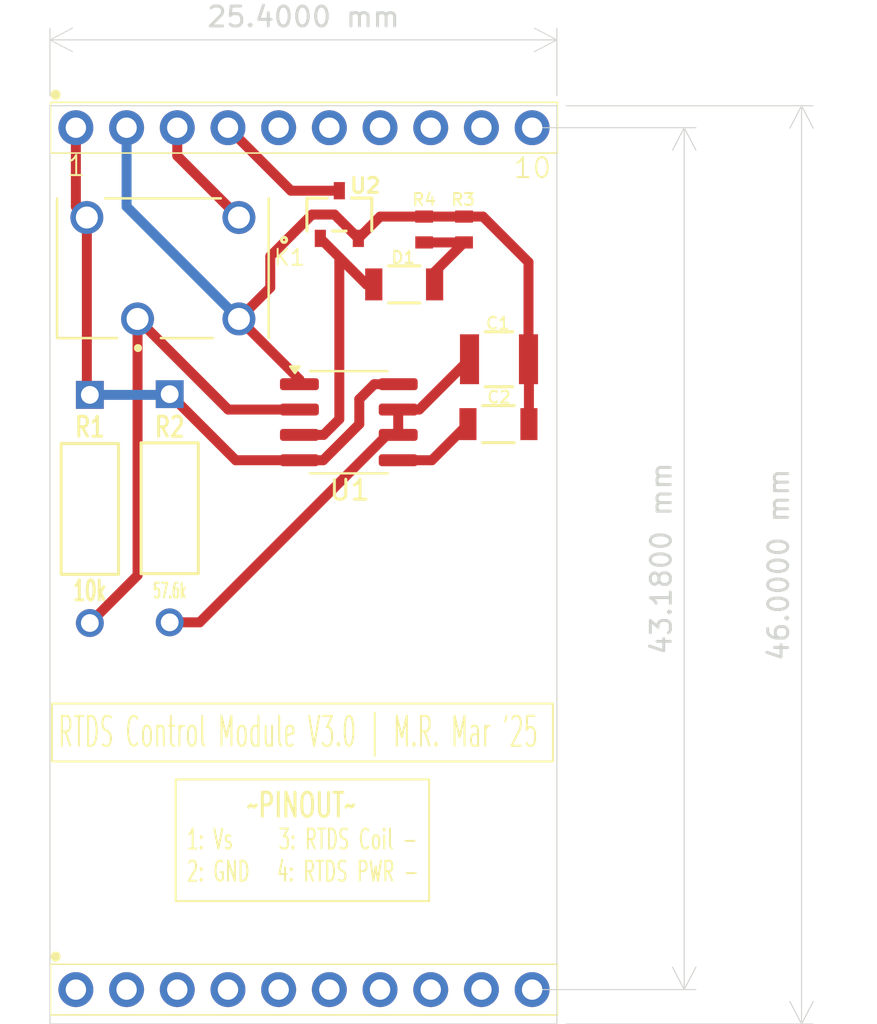
<source format=kicad_pcb>
(kicad_pcb (version 20240108) (generator "pcbnew") (generator_version "8.0")
  (layers (0 "F.Cu" signal) (31 "B.Cu" signal) (34 "B.Paste" user) (35 "F.Paste" user) (36 "B.SilkS" user "B.Silkscreen") (37 "F.SilkS" user "F.Silkscreen") (38 "B.Mask" user) (39 "F.Mask" user) (44 "Edge.Cuts" user))
  (net 0 "")
  (net 1 "Net-(U1-TR)")
  (net 2 "Net-(U1-GND)")
  (net 3 "Net-(U1-DIS)")
  (net 4 "Net-(D1-K)")
  (net 5 "Net-(D1-A)")
  (net 8 "Net-(J1-Pad3)")
  (net 9 "Net-(U2-D)")
  (net 14 "Net-(U1-CV)")
  (net 15 "Net-(U1-R)")
  (footprint "1k Resistor:STA_RMCF0603_STP-L" (layer "F.Cu") (at 68.25 30.5 90)
    (property "Reference" "R4" (at 1.5 0 0) (layer "F.SilkS") (effects (font (size 0.6 0.6) (thickness 0.1) (bold yes))))
    (property "Value" "1k")
    (pad "1" smd rect (at -0.6477 0 90) (size 0.6096 0.889) (layers "F.Cu" "F.Paste" "F.Mask") (net 4 "Net-(D1-K)"))
    (pad "2" smd rect (at 0.6477 0 90) (size 0.6096 0.889) (layers "F.Cu" "F.Paste" "F.Mask") (net 2 "Net-(U1-GND)"))
  )
  (footprint "NMOS:SOT23_INF" (layer "F.Cu") (at 64 29.75)
    (property "Reference" "U2" (at 1.3 -1.45 0) (layer "F.SilkS") (effects (font (size 0.75 0.75))))
    (property "Value" "IRLML2060TRPBF")
    (fp_line (start -1.6256 -0.8255) (end -1.6256 0.8255) (stroke (width 0.1524)) (layer "F.SilkS"))
    (fp_line (start -0.61214 -0.8255) (end -1.6256 -0.8255) (stroke (width 0.1524)) (layer "F.SilkS"))
    (fp_line (start -0.34036 0.8255) (end 0.34036 0.8255) (stroke (width 0.1524)) (layer "F.SilkS"))
    (fp_line (start 1.6256 -0.8255) (end 0.61214 -0.8255) (stroke (width 0.1524)) (layer "F.SilkS"))
    (fp_line (start 1.6256 0.8255) (end 1.6256 -0.8255) (stroke (width 0.1524)) (layer "F.SilkS"))
    (fp_circle (center -2.7686 1.27) (end -2.6416 1.27) (stroke (width 0.1524)) (fill none) (layer "F.SilkS"))
    (pad "1" smd rect (at -0.9525 1.1938) (size 0.5588 0.8636) (layers "F.Cu" "F.Paste" "F.Mask") (net 5 "Net-(D1-A)"))
    (pad "2" smd rect (at 0.9525 1.1938) (size 0.5588 0.8636) (layers "F.Cu" "F.Paste" "F.Mask") (net 2 "Net-(U1-GND)"))
    (pad "3" smd rect (at 0 -1.1938) (size 0.5588 0.8636) (layers "F.Cu" "F.Paste" "F.Mask") (net 9 "Net-(U2-D)"))
  )
  (footprint "Yellow RTDS LED:LED_AP3216SYD_KNB" (layer "F.Cu") (at 67.25 33.25 180)
    (property "Reference" "D1" (at 0.05 1.35 0) (layer "F.SilkS") (effects (font (size 0.6 0.6) (thickness 0.1) (bold yes))))
    (property "Value" "LED (Test)")
    (fp_line (start 0.78465 -0.9271) (end -0.78465 -0.9271) (stroke (width 0.1524)) (layer "F.SilkS"))
    (fp_line (start -0.78465 0.9271) (end 0.78465 0.9271) (stroke (width 0.1524)) (layer "F.SilkS"))
    (pad "1" smd rect (at -1.524 0 180) (size 0.8636 1.6002) (layers "F.Cu" "F.Paste" "F.Mask") (net 4 "Net-(D1-K)"))
    (pad "2" smd rect (at 1.524 0 180) (size 0.8636 1.6002) (layers "F.Cu" "F.Paste" "F.Mask") (net 5 "Net-(D1-A)"))
  )
  (footprint "CF14JT10K0:STA_CF14_STP" (layer "F.Cu") (at 55.5 38.75 -90)
    (property "Reference" "R2" (at 1.65 0 0) (layer "F.SilkS") (effects (font (size 1 0.75))))
    (property "Value" "57.6k")
    (fp_line (start 2.4384 1.4351) (end 8.9916 1.4351) (stroke (width 0.1524)) (layer "F.SilkS"))
    (fp_line (start 8.9916 1.4351) (end 8.9916 -1.4351) (stroke (width 0.1524)) (layer "F.SilkS"))
    (fp_line (start 2.4384 -1.4351) (end 2.4384 1.4351) (stroke (width 0.1524)) (layer "F.SilkS"))
    (fp_line (start 8.9916 -1.4351) (end 2.4384 -1.4351) (stroke (width 0.1524)) (layer "F.SilkS"))
    (pad "1" thru_hole rect (at 0 0 270) (size 1.397 1.397) (drill 0.889) (layers "*.Cu" "*.Mask") (net 15 "Net-(U1-R)"))
    (pad "2" thru_hole circle (at 11.43 0 270) (size 1.397 1.397) (drill 0.889) (layers "*.Cu" "*.Mask") (net 3 "Net-(U1-DIS)"))
  )
  (footprint "RTDS Relay:RELAY_G6L-1P_DC5" (layer "F.Cu") (at 55.16 32.44)
    (property "Reference" "K1" (at 6.34 -0.54 0) (layer "F.SilkS") (effects (font (size 0.8 0.8) (thickness 0.1))))
    (property "Value" "G6L-1P_DC5")
    (fp_line (start -5.3 -3.5) (end -5.3 3.5) (stroke (width 0.127)) (layer "F.SilkS"))
    (fp_line (start -5.3 3.5) (end -2.3 3.5) (stroke (width 0.127)) (layer "F.SilkS"))
    (fp_line (start -0.1 3.5) (end 2.5 3.5) (stroke (width 0.127)) (layer "F.SilkS"))
    (fp_line (start 2.9 -3.5) (end -2.9 -3.5) (stroke (width 0.127)) (layer "F.SilkS"))
    (fp_line (start 5.3 3.5) (end 5.3 -3.5) (stroke (width 0.127)) (layer "F.SilkS"))
    (fp_circle (center -1.25 4) (end -1.15 4) (stroke (width 0.2)) (fill none) (layer "F.SilkS"))
    (pad "2" thru_hole circle (at -1.27 2.54) (size 1.65 1.65) (drill 1.1) (layers "*.Cu" "*.Mask") (net 1 "Net-(U1-TR)"))
    (pad "4" thru_hole circle (at 3.81 2.54) (size 1.65 1.65) (drill 1.1) (layers "*.Cu" "*.Mask") (net 2 "Net-(U1-GND)"))
    (pad "5" thru_hole circle (at 3.81 -2.54) (size 1.65 1.65) (drill 1.1) (layers "*.Cu" "*.Mask") (net 8 "Net-(J1-Pad3)"))
    (pad "8" thru_hole circle (at -3.81 -2.54) (size 1.65 1.65) (drill 1.1) (layers "*.Cu" "*.Mask") (net 15 "Net-(U1-R)"))
  )
  (footprint "10 pin output:1X10-2.54MM-THT" (layer "F.Cu") (at 50.8 68.58)
    (property "Reference" "J2" (hide yes))
    (property "Value" "PH1-10-UA")
    (fp_line (start -1.27 -1.27) (end -1.27 1.27) (stroke (width 0.0762)) (layer "F.SilkS"))
    (fp_line (start -1.27 -1.27) (end 24.13 -1.27) (stroke (width 0.0762)) (layer "F.SilkS"))
    (fp_line (start 24.13 -1.27) (end 24.13 1.27) (stroke (width 0.0762)) (layer "F.SilkS"))
    (fp_line (start 24.13 1.27) (end -1.27 1.27) (stroke (width 0.0762)) (layer "F.SilkS"))
    (fp_circle (center -1.016 -1.651) (end -0.762 -1.651) (fill solid) (layer "F.SilkS"))
    (pad "1" thru_hole circle (at 0 0) (size 1.75 1.75) (drill 1.02) (layers "*.Cu" "*.Mask"))
    (pad "2" thru_hole circle (at 2.54 0) (size 1.75 1.75) (drill 1.02) (layers "*.Cu" "*.Mask"))
    (pad "3" thru_hole circle (at 5.08 0) (size 1.75 1.75) (drill 1.02) (layers "*.Cu" "*.Mask"))
    (pad "4" thru_hole circle (at 7.62 0) (size 1.75 1.75) (drill 1.02) (layers "*.Cu" "*.Mask"))
    (pad "5" thru_hole circle (at 10.16 0) (size 1.75 1.75) (drill 1.02) (layers "*.Cu" "*.Mask"))
    (pad "6" thru_hole circle (at 12.7 0) (size 1.75 1.75) (drill 1.02) (layers "*.Cu" "*.Mask"))
    (pad "7" thru_hole circle (at 15.24 0) (size 1.75 1.75) (drill 1.02) (layers "*.Cu" "*.Mask"))
    (pad "8" thru_hole circle (at 17.78 0) (size 1.75 1.75) (drill 1.02) (layers "*.Cu" "*.Mask"))
    (pad "9" thru_hole circle (at 20.32 0) (size 1.75 1.75) (drill 1.02) (layers "*.Cu" "*.Mask"))
    (pad "10" thru_hole circle (at 22.86 0) (size 1.75 1.75) (drill 1.02) (layers "*.Cu" "*.Mask"))
  )
  (footprint "Capacitor 47u:CAP_CL32_SAM" (layer "F.Cu") (at 72 37)
    (property "Reference" "C1" (at -0.06 -1.8 0) (layer "F.SilkS") (effects (font (size 0.6 0.6) (thickness 0.1) (bold yes))))
    (property "Value" "47u")
    (fp_line (start -0.692451 1.377) (end 0.692451 1.377) (stroke (width 0.1524)) (layer "F.SilkS"))
    (fp_line (start 0.692451 -1.377) (end -0.692451 -1.377) (stroke (width 0.1524)) (layer "F.SilkS"))
    (pad "1" smd rect (at -1.477801 0) (size 0.9556 2.5) (layers "F.Cu" "F.Paste" "F.Mask") (net 3 "Net-(U1-DIS)"))
    (pad "2" smd rect (at 1.477801 0) (size 0.9556 2.5) (layers "F.Cu" "F.Paste" "F.Mask") (net 2 "Net-(U1-GND)"))
  )
  (footprint "CF14JT10K0:STA_CF14_STP" (layer "F.Cu") (at 51.5 38.785 -90)
    (property "Reference" "R1" (at 1.615 0 0) (layer "F.SilkS") (effects (font (size 1 0.75))))
    (property "Value" "10k")
    (fp_line (start 2.4384 1.4351) (end 8.9916 1.4351) (stroke (width 0.1524)) (layer "F.SilkS"))
    (fp_line (start 8.9916 1.4351) (end 8.9916 -1.4351) (stroke (width 0.1524)) (layer "F.SilkS"))
    (fp_line (start 2.4384 -1.4351) (end 2.4384 1.4351) (stroke (width 0.1524)) (layer "F.SilkS"))
    (fp_line (start 8.9916 -1.4351) (end 2.4384 -1.4351) (stroke (width 0.1524)) (layer "F.SilkS"))
    (pad "1" thru_hole rect (at 0 0 270) (size 1.397 1.397) (drill 0.889) (layers "*.Cu" "*.Mask") (net 15 "Net-(U1-R)"))
    (pad "2" thru_hole circle (at 11.43 0 270) (size 1.397 1.397) (drill 0.889) (layers "*.Cu" "*.Mask") (net 1 "Net-(U1-TR)"))
  )
  (footprint "Package_SO:SOIC-8_3.9x4.9mm_P1.27mm" (layer "F.Cu") (at 64.475 40.155)
    (property "Reference" "U1" (at 0.04 3.4 0) (layer "F.SilkS"))
    (property "Value" "NE555D")
    (fp_line (start 0 -2.56) (end -1.95 -2.56) (stroke (width 0.12)) (layer "F.SilkS"))
    (fp_line (start 0 -2.56) (end 1.95 -2.56) (stroke (width 0.12)) (layer "F.SilkS"))
    (fp_line (start 0 2.56) (end -1.95 2.56) (stroke (width 0.12)) (layer "F.SilkS"))
    (fp_line (start 0 2.56) (end 1.95 2.56) (stroke (width 0.12)) (layer "F.SilkS"))
    (fp_poly (pts (xy -2.7 -2.465) (xy -2.94 -2.795) (xy -2.46 -2.795) (xy -2.7 -2.465)) (stroke (width 0.12)) (fill solid) (layer "F.SilkS"))
    (pad "1" smd roundrect (at -2.475 -1.905) (size 1.95 0.6) (layers "F.Cu" "F.Paste" "F.Mask") (net 2 "Net-(U1-GND)"))
    (pad "2" smd roundrect (at -2.475 -0.635) (size 1.95 0.6) (layers "F.Cu" "F.Paste" "F.Mask") (net 1 "Net-(U1-TR)"))
    (pad "3" smd roundrect (at -2.475 0.635) (size 1.95 0.6) (layers "F.Cu" "F.Paste" "F.Mask") (net 5 "Net-(D1-A)"))
    (pad "4" smd roundrect (at -2.475 1.905) (size 1.95 0.6) (layers "F.Cu" "F.Paste" "F.Mask") (net 15 "Net-(U1-R)"))
    (pad "5" smd roundrect (at 2.475 1.905) (size 1.95 0.6) (layers "F.Cu" "F.Paste" "F.Mask") (net 14 "Net-(U1-CV)"))
    (pad "6" smd roundrect (at 2.475 0.635) (size 1.95 0.6) (layers "F.Cu" "F.Paste" "F.Mask") (net 3 "Net-(U1-DIS)"))
    (pad "7" smd roundrect (at 2.475 -0.635) (size 1.95 0.6) (layers "F.Cu" "F.Paste" "F.Mask") (net 3 "Net-(U1-DIS)"))
    (pad "8" smd roundrect (at 2.475 -1.905) (size 1.95 0.6) (layers "F.Cu" "F.Paste" "F.Mask") (net 15 "Net-(U1-R)"))
  )
  (footprint "Capacitor 0.1u:CAP_CL31_SAM" (layer "F.Cu") (at 71.972199 40.25)
    (property "Reference" "C2" (at 0.027801 -1.35 0) (layer "F.SilkS") (effects (font (size 0.6 0.6) (thickness 0.1) (bold yes))))
    (property "Value" "0.1u")
    (fp_line (start -0.792451 0.927) (end 0.792451 0.927) (stroke (width 0.1524)) (layer "F.SilkS"))
    (fp_line (start 0.792451 -0.927) (end -0.792451 -0.927) (stroke (width 0.1524)) (layer "F.SilkS"))
    (pad "1" smd rect (at -1.527801 0) (size 0.8556 1.6) (layers "F.Cu" "F.Paste" "F.Mask") (net 14 "Net-(U1-CV)"))
    (pad "2" smd rect (at 1.527801 0) (size 0.8556 1.6) (layers "F.Cu" "F.Paste" "F.Mask") (net 2 "Net-(U1-GND)"))
  )
  (footprint "1k Resistor:STA_RMCF0603_STP-L" (layer "F.Cu") (at 70.25 30.5 90)
    (property "Reference" "R3" (at 1.5 -0.05 0) (layer "F.SilkS") (effects (font (size 0.6 0.6) (thickness 0.1) (bold yes))))
    (property "Value" "1k")
    (pad "1" smd rect (at -0.6477 0 90) (size 0.6096 0.889) (layers "F.Cu" "F.Paste" "F.Mask") (net 4 "Net-(D1-K)"))
    (pad "2" smd rect (at 0.6477 0 90) (size 0.6096 0.889) (layers "F.Cu" "F.Paste" "F.Mask") (net 2 "Net-(U1-GND)"))
  )
  (footprint "10 pin output:1X10-2.54MM-THT" (layer "F.Cu") (at 50.8 25.4)
    (property "Reference" "J1" (hide yes))
    (property "Value" "PH1-10-UA")
    (fp_line (start -1.27 -1.27) (end -1.27 1.27) (stroke (width 0.0762)) (layer "F.SilkS"))
    (fp_line (start -1.27 -1.27) (end 24.13 -1.27) (stroke (width 0.0762)) (layer "F.SilkS"))
    (fp_line (start 24.13 -1.27) (end 24.13 1.27) (stroke (width 0.0762)) (layer "F.SilkS"))
    (fp_line (start 24.13 1.27) (end -1.27 1.27) (stroke (width 0.0762)) (layer "F.SilkS"))
    (fp_circle (center -1.016 -1.651) (end -0.762 -1.651) (fill solid) (layer "F.SilkS"))
    (pad "1" thru_hole circle (at 0 0) (size 1.75 1.75) (drill 1.02) (layers "*.Cu" "*.Mask") (net 15 "Net-(U1-R)"))
    (pad "2" thru_hole circle (at 2.54 0) (size 1.75 1.75) (drill 1.02) (layers "*.Cu" "*.Mask") (net 2 "Net-(U1-GND)"))
    (pad "3" thru_hole circle (at 5.08 0) (size 1.75 1.75) (drill 1.02) (layers "*.Cu" "*.Mask") (net 8 "Net-(J1-Pad3)"))
    (pad "4" thru_hole circle (at 7.62 0) (size 1.75 1.75) (drill 1.02) (layers "*.Cu" "*.Mask") (net 9 "Net-(U2-D)"))
    (pad "5" thru_hole circle (at 10.16 0) (size 1.75 1.75) (drill 1.02) (layers "*.Cu" "*.Mask"))
    (pad "6" thru_hole circle (at 12.7 0) (size 1.75 1.75) (drill 1.02) (layers "*.Cu" "*.Mask"))
    (pad "7" thru_hole circle (at 15.24 0) (size 1.75 1.75) (drill 1.02) (layers "*.Cu" "*.Mask"))
    (pad "8" thru_hole circle (at 17.78 0) (size 1.75 1.75) (drill 1.02) (layers "*.Cu" "*.Mask"))
    (pad "9" thru_hole circle (at 20.32 0) (size 1.75 1.75) (drill 1.02) (layers "*.Cu" "*.Mask"))
    (pad "10" thru_hole circle (at 22.86 0) (size 1.75 1.75) (drill 1.02) (layers "*.Cu" "*.Mask"))
  )
  (gr_rect (start 49.6 54.25) (end 74.7 57.15) (stroke (width 0.1)) (fill none) (layer "F.SilkS"))
  (gr_rect (start 55.8 58.05) (end 68.5 64.15) (stroke (width 0.1)) (fill none) (layer "F.SilkS"))
  (gr_rect (start 49.5 24.3) (end 74.9 70.3) (stroke (width 0.05)) (fill none) (layer "Edge.Cuts"))
  (gr_text "10" (at 72.657619 28 0) (layer "F.SilkS") (effects (font (size 1 1) (thickness 0.1)) (justify left bottom)))
  (gr_text "1: Vs     3: RTDS Coil -\n2: GND   4: RTDS PWR -           " (at 56.3 63.25 0) (layer "F.SilkS") (effects (font (size 1 0.6) (thickness 0.1)) (justify left bottom)))
  (gr_text "~PINOUT~" (at 59.281191 60.05 0) (layer "F.SilkS") (effects (font (size 1.2 0.8) (thickness 0.15) (bold yes)) (justify left bottom)))
  (gr_text "10k" (at 51.5 48.6 0) (layer "F.SilkS") (effects (font (size 1 0.6))))
  (gr_text "1" (at 50.27381 27.9 0) (layer "F.SilkS") (effects (font (size 1 1) (thickness 0.1)) (justify left bottom)))
  (gr_text "RTDS Control Module V3.0 | M.R. Mar '25" (at 49.85 56.55 0) (layer "F.SilkS") (effects (font (size 1.5 0.75) (thickness 0.1)) (justify left bottom)))
  (gr_text "57.6k" (at 55.5 48.6 0) (layer "F.SilkS") (effects (font (size 0.75 0.4) (thickness 0.1))))
  (dimension (type aligned) (layer "Edge.Cuts") (pts (xy 73.66 68.58) (xy 73.66 25.4)) (height 7.62) (gr_text "43.1800 mm" (at 80.13 46.99 90) (layer "Edge.Cuts") (effects (font (size 1 1) (thickness 0.15)))) (format (prefix "") (suffix "") (units 3) (units_format 1) (precision 4)) (style (thickness 0.05) (arrow_length 1.27) (text_position_mode 0) (extension_height 0.58642) (extension_offset 0.5) keep_text_aligned))
  (dimension (type aligned) (layer "Edge.Cuts") (pts (xy 74.86 24.3) (xy 74.86 70.3)) (height -12.3) (gr_text "46.0000 mm" (at 86.01 47.3 90) (layer "Edge.Cuts") (effects (font (size 1 1) (thickness 0.15)))) (format (prefix "") (suffix "") (units 3) (units_format 1) (precision 4)) (style (thickness 0.05) (arrow_length 1.27) (text_position_mode 0) (extension_height 0.58642) (extension_offset 0.5) keep_text_aligned))
  (dimension (type aligned) (layer "Edge.Cuts") (pts (xy 74.9 24.3) (xy 49.5 24.3)) (height 3.299999) (gr_text "25.4000 mm" (at 62.2 19.850001 0) (layer "Edge.Cuts") (effects (font (size 1 1) (thickness 0.15)))) (format (prefix "") (suffix "") (units 3) (units_format 1) (precision 4)) (style (thickness 0.05) (arrow_length 1.27) (text_position_mode 0) (extension_height 0.58642) (extension_offset 0.5) keep_text_aligned))
  (segment (start 51.5 50.215) (end 53.89 47.825) (width 0.5) (layer "F.Cu") (net 1))
  (segment (start 62 39.52) (end 58.43 39.52) (width 0.5) (layer "F.Cu") (net 1))
  (segment (start 53.89 47.825) (end 53.89 34.98) (width 0.5) (layer "F.Cu") (net 1))
  (segment (start 58.43 39.52) (end 53.89 34.98) (width 0.5) (layer "F.Cu") (net 1))
  (segment (start 64.9525 30.9438) (end 66.044 29.8523) (width 0.5) (layer "F.Cu") (net 2))
  (segment (start 73.5 40.25) (end 73.5 37.022199) (width 0.5) (layer "F.Cu") (net 2))
  (segment (start 66.044 29.8523) (end 68.25 29.8523) (width 0.5) (layer "F.Cu") (net 2))
  (segment (start 73.477801 32.135601) (end 71.1945 29.8523) (width 0.5) (layer "F.Cu") (net 2))
  (segment (start 62 38.25) (end 62 38.01) (width 0.5) (layer "F.Cu") (net 2))
  (segment (start 73.5 37.022199) (end 73.477801 37) (width 0.5) (layer "F.Cu") (net 2))
  (segment (start 63.7587 29.75) (end 62.6301 29.75) (width 0.5) (layer "F.Cu") (net 2))
  (segment (start 58.97 34.98) (end 60.5399 33.4101) (width 0.5) (layer "F.Cu") (net 2))
  (segment (start 62.6301 29.75) (end 60.5399 31.8402) (width 0.5) (layer "F.Cu") (net 2))
  (segment (start 62 38.01) (end 58.97 34.98) (width 0.5) (layer "F.Cu") (net 2))
  (segment (start 73.477801 37) (end 73.477801 32.135601) (width 0.5) (layer "F.Cu") (net 2))
  (segment (start 64.9525 30.9438) (end 63.7587 29.75) (width 0.5) (layer "F.Cu") (net 2))
  (segment (start 71.1945 29.8523) (end 70.25 29.8523) (width 0.5) (layer "F.Cu") (net 2))
  (segment (start 60.5399 31.8402) (end 60.5399 33.4101) (width 0.5) (layer "F.Cu") (net 2))
  (segment (start 70.25 29.8523) (end 68.25 29.8523) (width 0.5) (layer "F.Cu") (net 2))
  (segment (start 53.34 25.4) (end 53.34 29.35) (width 0.5) (layer "B.Cu") (net 2))
  (segment (start 53.34 29.35) (end 58.97 34.98) (width 0.5) (layer "B.Cu") (net 2))
  (segment (start 57.002316 50.18) (end 66.392316 40.79) (width 0.5) (layer "F.Cu") (net 3))
  (segment (start 66.95 40.79) (end 66.95 39.52) (width 0.5) (layer "F.Cu") (net 3))
  (segment (start 55.5 50.18) (end 57.002316 50.18) (width 0.5) (layer "F.Cu") (net 3))
  (segment (start 66.392316 40.79) (end 66.95 40.79) (width 0.5) (layer "F.Cu") (net 3))
  (segment (start 68.002199 39.52) (end 70.522199 37) (width 0.5) (layer "F.Cu") (net 3))
  (segment (start 66.95 39.52) (end 68.002199 39.52) (width 0.5) (layer "F.Cu") (net 3))
  (segment (start 70.25 31.1477) (end 68.25 31.1477) (width 0.5) (layer "F.Cu") (net 4))
  (segment (start 68.774 32.6237) (end 70.25 31.1477) (width 0.5) (layer "F.Cu") (net 4))
  (segment (start 68.774 33.25) (end 68.774 32.6237) (width 0.5) (layer "F.Cu") (net 4))
  (segment (start 65.726 33.25) (end 65.3537 33.25) (width 0.5) (layer "F.Cu") (net 5))
  (segment (start 64 40) (end 63.21 40.79) (width 0.5) (layer "F.Cu") (net 5))
  (segment (start 63.21 40.79) (end 62 40.79) (width 0.5) (layer "F.Cu") (net 5))
  (segment (start 64 31.8963) (end 63.0475 30.9438) (width 0.5) (layer "F.Cu") (net 5))
  (segment (start 65.3537 33.25) (end 64 31.8963) (width 0.5) (layer "F.Cu") (net 5))
  (segment (start 64 40) (end 64 31.8963) (width 0.5) (layer "F.Cu") (net 5))
  (segment (start 55.88 25.4) (end 55.88 26.81) (width 0.5) (layer "F.Cu") (net 8))
  (segment (start 55.88 26.81) (end 58.97 29.9) (width 0.5) (layer "F.Cu") (net 8))
  (segment (start 58.42 25.4) (end 61.5762 28.5562) (width 0.5) (layer "F.Cu") (net 9))
  (segment (start 61.5762 28.5562) (end 64 28.5562) (width 0.5) (layer "F.Cu") (net 9))
  (segment (start 66.95 42.06) (end 68.634398 42.06) (width 0.5) (layer "F.Cu") (net 14))
  (segment (start 68.634398 42.06) (end 70.444398 40.25) (width 0.5) (layer "F.Cu") (net 14))
  (segment (start 51.35 29.9) (end 51.35 38.635) (width 0.5) (layer "F.Cu") (net 15))
  (segment (start 63.19 42.06) (end 65 40.25) (width 0.5) (layer "F.Cu") (net 15))
  (segment (start 50.8 29.35) (end 51.35 29.9) (width 0.5) (layer "F.Cu") (net 15))
  (segment (start 51.535 38.75) (end 51.5 38.785) (width 0.5) (layer "F.Cu") (net 15))
  (segment (start 55.5 38.75) (end 58.81 42.06) (width 0.5) (layer "F.Cu") (net 15))
  (segment (start 58.81 42.06) (end 62 42.06) (width 0.5) (layer "F.Cu") (net 15))
  (segment (start 51.35 38.635) (end 51.5 38.785) (width 0.5) (layer "F.Cu") (net 15))
  (segment (start 65.75 38.25) (end 66.95 38.25) (width 0.5) (layer "F.Cu") (net 15))
  (segment (start 65 39) (end 65.75 38.25) (width 0.5) (layer "F.Cu") (net 15))
  (segment (start 62 42.06) (end 63.19 42.06) (width 0.5) (layer "F.Cu") (net 15))
  (segment (start 50.8 25.4) (end 50.8 29.35) (width 0.5) (layer "F.Cu") (net 15))
  (segment (start 65 40.25) (end 65 39) (width 0.5) (layer "F.Cu") (net 15))
  (segment (start 55.465 38.785) (end 55.5 38.75) (width 0.5) (layer "B.Cu") (net 15))
  (segment (start 51.5 38.785) (end 55.465 38.785) (width 0.5) (layer "B.Cu") (net 15))
)
</source>
